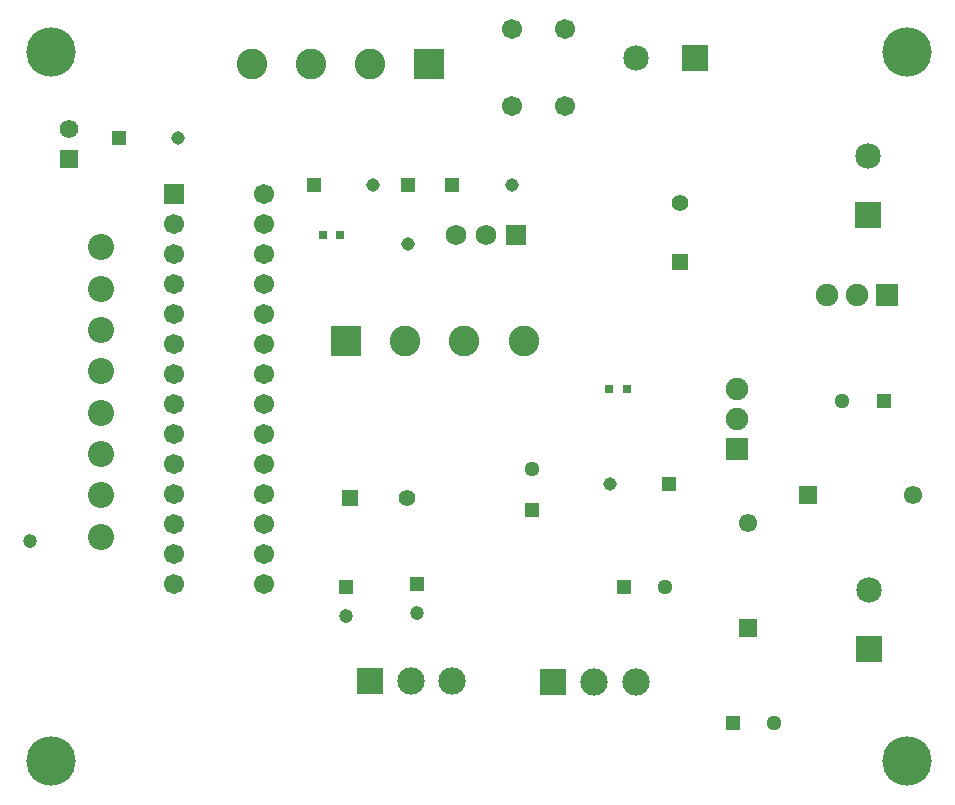
<source format=gts>
G04*
G04 #@! TF.GenerationSoftware,Altium Limited,Altium Designer,22.4.2 (48)*
G04*
G04 Layer_Color=8388736*
%FSLAX23Y23*%
%MOIN*%
G70*
G04*
G04 #@! TF.SameCoordinates,3F3D87A5-55CA-4D91-88C0-6D81586DF976*
G04*
G04*
G04 #@! TF.FilePolarity,Negative*
G04*
G01*
G75*
%ADD17R,0.031X0.031*%
%ADD18R,0.045X0.045*%
%ADD19C,0.045*%
%ADD20R,0.051X0.051*%
%ADD21C,0.051*%
%ADD22R,0.061X0.061*%
%ADD23C,0.061*%
%ADD24C,0.102*%
%ADD25R,0.102X0.102*%
%ADD26C,0.067*%
%ADD27R,0.067X0.067*%
%ADD28C,0.091*%
%ADD29R,0.091X0.091*%
%ADD30R,0.051X0.051*%
%ADD31C,0.055*%
%ADD32R,0.055X0.055*%
%ADD33R,0.061X0.061*%
%ADD34R,0.085X0.085*%
%ADD35C,0.085*%
%ADD36C,0.075*%
%ADD37R,0.075X0.075*%
%ADD38R,0.075X0.075*%
%ADD39R,0.085X0.085*%
%ADD40R,0.055X0.055*%
%ADD41C,0.055*%
%ADD42R,0.069X0.069*%
%ADD43C,0.069*%
%ADD44R,0.045X0.045*%
%ADD45C,0.087*%
%ADD46R,0.062X0.062*%
%ADD47C,0.062*%
%ADD48C,0.047*%
%ADD49R,0.047X0.047*%
%ADD50C,0.165*%
%ADD51C,0.047*%
D17*
X1161Y1949D02*
D03*
X1102D02*
D03*
X2057Y1437D02*
D03*
X2116D02*
D03*
D18*
X2256Y1122D02*
D03*
X1073Y2116D02*
D03*
X1535D02*
D03*
X423Y2274D02*
D03*
D19*
X2059Y1122D02*
D03*
X1270Y2116D02*
D03*
X1732D02*
D03*
X1388Y1919D02*
D03*
X620Y2274D02*
D03*
D20*
X2470Y325D02*
D03*
X2106Y778D02*
D03*
X2972Y1398D02*
D03*
D21*
X2608Y325D02*
D03*
X2244Y778D02*
D03*
X1801Y1171D02*
D03*
X2835Y1398D02*
D03*
D22*
X2719Y1083D02*
D03*
D23*
X3069D02*
D03*
X2520Y992D02*
D03*
D24*
X1772Y1596D02*
D03*
X1575D02*
D03*
X1378D02*
D03*
X866Y2520D02*
D03*
X1063D02*
D03*
X1260D02*
D03*
D25*
X1181Y1596D02*
D03*
X1457Y2520D02*
D03*
D26*
X908Y787D02*
D03*
Y887D02*
D03*
Y987D02*
D03*
Y1087D02*
D03*
Y1187D02*
D03*
Y1287D02*
D03*
Y1387D02*
D03*
Y1487D02*
D03*
Y1587D02*
D03*
Y1687D02*
D03*
Y1787D02*
D03*
Y1887D02*
D03*
Y1987D02*
D03*
Y2087D02*
D03*
X608Y787D02*
D03*
Y887D02*
D03*
Y987D02*
D03*
Y1087D02*
D03*
Y1187D02*
D03*
Y1287D02*
D03*
Y1387D02*
D03*
Y1487D02*
D03*
Y1587D02*
D03*
Y1687D02*
D03*
Y1787D02*
D03*
Y1887D02*
D03*
Y1987D02*
D03*
X1909Y2638D02*
D03*
X1732D02*
D03*
X1909Y2382D02*
D03*
X1732D02*
D03*
D27*
X608Y2087D02*
D03*
D28*
X2146Y459D02*
D03*
X2008D02*
D03*
X1398Y463D02*
D03*
X1535D02*
D03*
D29*
X1870Y459D02*
D03*
X1260Y463D02*
D03*
D30*
X1801Y1033D02*
D03*
D31*
X1385Y1073D02*
D03*
D32*
X1193D02*
D03*
D33*
X2520Y642D02*
D03*
D34*
X2923Y571D02*
D03*
X2921Y2018D02*
D03*
D35*
X2923Y768D02*
D03*
X2921Y2215D02*
D03*
X2146Y2539D02*
D03*
D36*
X2784Y1752D02*
D03*
X2884D02*
D03*
X2482Y1337D02*
D03*
Y1437D02*
D03*
D37*
X2984Y1752D02*
D03*
D38*
X2482Y1237D02*
D03*
D39*
X2343Y2539D02*
D03*
D40*
X2293Y1860D02*
D03*
D41*
Y2057D02*
D03*
D42*
X1746Y1949D02*
D03*
D43*
X1646D02*
D03*
X1546D02*
D03*
D44*
X1388Y2116D02*
D03*
D45*
X364Y1909D02*
D03*
Y1772D02*
D03*
Y1634D02*
D03*
Y1496D02*
D03*
Y1358D02*
D03*
Y1220D02*
D03*
Y1083D02*
D03*
Y945D02*
D03*
D46*
X256Y2204D02*
D03*
D47*
Y2304D02*
D03*
D48*
X1417Y689D02*
D03*
X1181Y679D02*
D03*
D49*
X1417Y787D02*
D03*
X1181Y778D02*
D03*
D50*
X197Y2559D02*
D03*
Y197D02*
D03*
X3051D02*
D03*
Y2559D02*
D03*
D51*
X126Y929D02*
D03*
M02*

</source>
